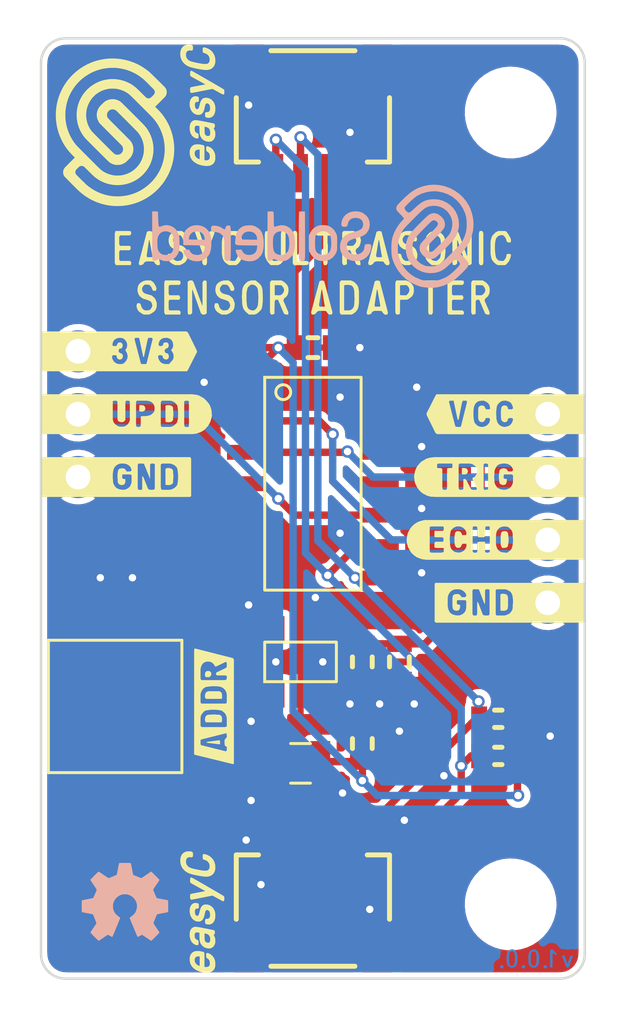
<source format=kicad_pcb>
(kicad_pcb (version 20210126) (generator pcbnew)
  (layers (0 "F.Cu" signal) (31 "B.Cu" signal) (34 "B.Paste" user) (35 "F.Paste" user) (36 "B.SilkS" user "B.Silkscreen") (37 "F.SilkS" user "F.Silkscreen") (38 "B.Mask" user) (39 "F.Mask" user) (44 "Edge.Cuts" user))
  (net 0 "")
  (net 1 "GND")
  (net 2 "3V3")
  (net 3 "5V")
  (net 4 "TRIG")
  (net 5 "ECHO")
  (net 6 "SDA")
  (net 7 "SCL")
  (net 8 "UPDI")
  (net 9 "ADD3")
  (net 10 "ADD2")
  (net 11 "ADD1")
  (net 12 "Net-(L1-Pad1)")
  (footprint "Soldered Graphics:Logo-Back-SolderedFULL-13mm" (layer "F.Cu") (at 91 100)
    (fp_text reference "REF**" hide)
    (fp_text value "Logo-Front-SolderedFULL-13mm" hide)
  )
  (footprint "buzzardLabel" (layer "F.Cu") (at 102.4 109.73)
    (fp_text reference "" (at 0 0) (layer "F.SilkS") (effects (font (size 1.27 1.27))))
    (fp_text value "" (at 0 0) (layer "F.SilkS") (effects (font (size 1.27 1.27))))
  )
  (footprint "e-radionica.com footprinti:HOLE_3.2mm" (layer "F.Cu") (at 99 127)
    (fp_text reference "H1" hide)
    (fp_text value "HOLE_3.2mm" hide)
    (pad "" np_thru_hole circle (at 0 0) (size 3.2 3.2) (drill 3.2) (layers F&B.Cu *.Mask))
  )
  (footprint "buzzardLabel" (layer "F.Cu") (at 87 119 90)
    (fp_text reference "" (at 0 0 90) (layer "F.SilkS") (effects (font (size 1.27 1.27))))
    (fp_text value "" (at 0 0 90) (layer "F.SilkS") (effects (font (size 1.27 1.27))))
  )
  (footprint "e-radionica.com footprinti:DSHP03TS-S" (layer "F.Cu") (at 83 119 90)
    (fp_text reference "K5")
    (fp_text value "DSHP03TS-S")
    (pad "1" smd rect (at -3.81 -1.27 180) (size 0.76 1.27) (layers "F.Cu" "F.Paste" "F.Mask") (net 11 "ADD1"))
    (pad "2" smd rect (at 3.81 -1.27 180) (size 0.76 1.27) (layers "F.Cu" "F.Paste" "F.Mask") (net 1 "GND"))
    (pad "3" smd rect (at -3.81 0 180) (size 0.76 1.27) (layers "F.Cu" "F.Paste" "F.Mask") (net 10 "ADD2"))
    (pad "4" smd rect (at 3.81 0 180) (size 0.76 1.27) (layers "F.Cu" "F.Paste" "F.Mask") (net 1 "GND"))
    (pad "5" smd rect (at -3.81 1.27 180) (size 0.76 1.27) (layers "F.Cu" "F.Paste" "F.Mask") (net 9 "ADD3"))
    (pad "6" smd rect (at 3.81 1.27 180) (size 0.76 1.27) (layers "F.Cu" "F.Paste" "F.Mask") (net 1 "GND"))
  )
  (footprint "buzzardLabel" (layer "F.Cu") (at 91 100.5)
    (fp_text reference "" (at 0 0) (layer "F.SilkS") (effects (font (size 1.27 1.27))))
    (fp_text value "" (at 0 0) (layer "F.SilkS") (effects (font (size 1.27 1.27))))
  )
  (footprint "e-radionica.com footprinti:0603R" (layer "F.Cu") (at 98.5 119.5)
    (fp_text reference "R1")
    (fp_text value "10k")
    (pad "1" smd rect (at -0.775 0 90) (size 1 0.64) (layers "F.Cu" "F.Paste" "F.Mask") (net 6 "SDA"))
    (pad "2" smd rect (at 0.775 0 90) (size 1 0.64) (layers "F.Cu" "F.Paste" "F.Mask") (net 2 "3V3"))
  )
  (footprint "Soldered Graphics:Logo-Front-easyC-5mm" (layer "F.Cu") (at 86.5 94.7 90)
    (fp_text reference "G***" hide)
    (fp_text value "LOGO" hide)
  )
  (footprint "e-radionica.com footprinti:easyC-connector" (layer "F.Cu") (at 91 126.7 180)
    (fp_text reference "K2")
    (fp_text value "easyC-SMD")
    (pad "1" smd rect (at -1.5 2.15 180) (size 0.6 1.55) (layers "F.Cu" "F.Paste" "F.Mask") (net 7 "SCL"))
    (pad "2" smd rect (at -0.5 2.15 180) (size 0.6 1.55) (layers "F.Cu" "F.Paste" "F.Mask") (net 6 "SDA"))
    (pad "3" smd rect (at 0.5 2.15 180) (size 0.6 1.55) (layers "F.Cu" "F.Paste" "F.Mask") (net 2 "3V3"))
    (pad "4" smd rect (at 1.5 2.15 180) (size 0.6 1.55) (layers "F.Cu" "F.Paste" "F.Mask") (net 1 "GND"))
    (pad "5" smd rect (at 2.6 -2.15 180) (size 1.2 1.8) (layers "F.Cu" "F.Paste" "F.Mask") (net 1 "GND"))
    (pad "5" smd rect (at -2.6 -2.15 180) (size 1.2 1.8) (layers "F.Cu" "F.Paste" "F.Mask") (net 1 "GND"))
  )
  (footprint "Soldered Graphics:Logo-Front-easyC-5mm" (layer "F.Cu") (at 86.5 127.3 90)
    (fp_text reference "G***" hide)
    (fp_text value "LOGO" hide)
  )
  (footprint "e-radionica.com footprinti:FIDUCIAL_1MM_PASTE" (layer "F.Cu") (at 91 128)
    (fp_text reference "FD1")
    (fp_text value "Fiducial_Stencil")
    (pad "1" smd circle (at 0 0) (size 1 1) (property pad_prop_fiducial_glob) (layers "F.Cu" "F.Paste" "F.Mask"))
  )
  (footprint "buzzardLabel" (layer "F.Cu") (at 91 102.5)
    (fp_text reference "" (at 0 0) (layer "F.SilkS") (effects (font (size 1.27 1.27))))
    (fp_text value "" (at 0 0) (layer "F.SilkS") (effects (font (size 1.27 1.27))))
  )
  (footprint "Soldered Graphics:Logo-Back-OSH-3.5mm" (layer "F.Cu") (at 83.4 126.9)
    (fp_text reference "G***" hide)
    (fp_text value "LOGO" hide)
  )
  (footprint "e-radionica.com footprinti:0603C" (layer "F.Cu") (at 94.5 117.2 90)
    (fp_text reference "C3")
    (fp_text value "CL10A226MPCNUBE")
    (pad "1" smd rect (at -0.73 0 90) (size 0.66 1) (layers "F.Cu" "F.Paste" "F.Mask") (net 1 "GND"))
    (pad "2" smd rect (at 0.73 0 90) (size 0.66 1) (layers "F.Cu" "F.Paste" "F.Mask") (net 3 "5V"))
  )
  (footprint "e-radionica.com footprinti:easyC-connector" (layer "F.Cu") (at 91 95.3)
    (fp_text reference "K4")
    (fp_text value "easyC-SMD")
    (pad "1" smd rect (at -1.5 2.15) (size 0.6 1.55) (layers "F.Cu" "F.Paste" "F.Mask") (net 7 "SCL"))
    (pad "2" smd rect (at -0.5 2.15) (size 0.6 1.55) (layers "F.Cu" "F.Paste" "F.Mask") (net 6 "SDA"))
    (pad "3" smd rect (at 0.5 2.15) (size 0.6 1.55) (layers "F.Cu" "F.Paste" "F.Mask") (net 2 "3V3"))
    (pad "4" smd rect (at 1.5 2.15) (size 0.6 1.55) (layers "F.Cu" "F.Paste" "F.Mask") (net 1 "GND"))
    (pad "5" smd rect (at 2.6 -2.15) (size 1.2 1.8) (layers "F.Cu" "F.Paste" "F.Mask") (net 1 "GND"))
    (pad "5" smd rect (at -2.6 -2.15) (size 1.2 1.8) (layers "F.Cu" "F.Paste" "F.Mask") (net 1 "GND"))
  )
  (footprint "e-radionica.com footprinti:HOLE_3.2mm" (layer "F.Cu") (at 99 95)
    (fp_text reference "H2" hide)
    (fp_text value "HOLE_3.2mm" hide)
    (pad "" np_thru_hole circle (at 0 0) (size 3.2 3.2) (drill 3.2) (layers F&B.Cu *.Mask))
  )
  (footprint "e-radionica.com footprinti:0603C" (layer "F.Cu") (at 93 117.2 90)
    (fp_text reference "C2")
    (fp_text value "CL10A226MPCNUBE")
    (pad "1" smd rect (at -0.73 0 90) (size 0.66 1) (layers "F.Cu" "F.Paste" "F.Mask") (net 1 "GND"))
    (pad "2" smd rect (at 0.73 0 90) (size 0.66 1) (layers "F.Cu" "F.Paste" "F.Mask") (net 3 "5V"))
  )
  (footprint "e-radionica.com footprinti:SOIC-14" (layer "F.Cu") (at 91 110)
    (fp_text reference "U1")
    (fp_text value "ATTINY404-SSNR")
    (pad "1" smd rect (at -2.7 -3.81) (size 1.55 0.6) (layers "F.Cu" "F.Paste" "F.Mask") (net 2 "3V3"))
    (pad "2" smd rect (at -2.7 -2.54) (size 1.55 0.6) (layers "F.Cu" "F.Paste" "F.Mask") (net 5 "ECHO"))
    (pad "3" smd rect (at -2.7 -1.27) (size 1.55 0.6) (layers "F.Cu" "F.Paste" "F.Mask") (net 4 "TRIG"))
    (pad "4" smd rect (at -2.7 0) (size 1.55 0.6) (layers "F.Cu" "F.Paste" "F.Mask"))
    (pad "5" smd rect (at -2.7 1.27) (size 1.55 0.6) (layers "F.Cu" "F.Paste" "F.Mask") (net 9 "ADD3"))
    (pad "6" smd rect (at -2.7 2.54) (size 1.55 0.6) (layers "F.Cu" "F.Paste" "F.Mask") (net 10 "ADD2"))
    (pad "7" smd rect (at -2.7 3.81) (size 1.55 0.6) (layers "F.Cu" "F.Paste" "F.Mask") (net 11 "ADD1"))
    (pad "8" smd rect (at 2.7 3.81) (size 1.55 0.6) (layers "F.Cu" "F.Paste" "F.Mask") (net 6 "SDA"))
    (pad "9" smd rect (at 2.7 2.54) (size 1.55 0.6) (layers "F.Cu" "F.Paste" "F.Mask") (net 7 "SCL"))
    (pad "10" smd rect (at 2.7 1.27) (size 1.55 0.6) (layers "F.Cu" "F.Paste" "F.Mask") (net 8 "UPDI"))
    (pad "11" smd rect (at 2.7 0) (size 1.55 0.6) (layers "F.Cu" "F.Paste" "F.Mask"))
    (pad "12" smd rect (at 2.7 -1.27) (size 1.55 0.6) (layers "F.Cu" "F.Paste" "F.Mask"))
    (pad "13" smd rect (at 2.7 -2.54) (size 1.55 0.6) (layers "F.Cu" "F.Paste" "F.Mask"))
    (pad "14" smd rect (at 2.7 -3.81) (size 1.55 0.6) (layers "F.Cu" "F.Paste" "F.Mask") (net 1 "GND"))
  )
  (footprint "Soldered Graphics:Logo-Front-Soldered-6mm" (layer "F.Cu") (at 83 95.8)
    (fp_text reference "G***" hide)
    (fp_text value "LOGO" hide)
  )
  (footprint "buzzardLabel" (layer "F.Cu") (at 79.6 104.65)
    (fp_text reference "" (at 0 0) (layer "F.SilkS") (effects (font (size 1.27 1.27))))
    (fp_text value "" (at 0 0) (layer "F.SilkS") (effects (font (size 1.27 1.27))))
  )
  (footprint "e-radionica.com footprinti:tps613222a" (layer "F.Cu") (at 90.5 117.2 90)
    (fp_text reference "U2")
    (fp_text value "TPS613222A")
    (pad "1" smd rect (at -1.3 -0.95 90) (size 1.1 0.6) (layers "F.Cu" "F.Paste" "F.Mask") (net 12 "Net-(L1-Pad1)"))
    (pad "2" smd rect (at -1.3 0 90) (size 1.1 0.6) (layers "F.Cu" "F.Paste" "F.Mask") (net 1 "GND"))
    (pad "3" smd rect (at -1.3 0.95 90) (size 1.1 0.6) (layers "F.Cu" "F.Paste" "F.Mask"))
    (pad "4" smd rect (at 1.3 0.95 90) (size 1.1 0.6) (layers "F.Cu" "F.Paste" "F.Mask") (net 3 "5V"))
    (pad "5" smd rect (at 1.3 -0.95 90) (size 1.1 0.6) (layers "F.Cu" "F.Paste" "F.Mask"))
  )
  (footprint "e-radionica.com footprinti:0603C" (layer "F.Cu") (at 91 104.5)
    (fp_text reference "C1")
    (fp_text value "0.1uF")
    (pad "1" smd rect (at -0.73 0) (size 0.66 1) (layers "F.Cu" "F.Paste" "F.Mask") (net 2 "3V3"))
    (pad "2" smd rect (at 0.73 0) (size 0.66 1) (layers "F.Cu" "F.Paste" "F.Mask") (net 1 "GND"))
  )
  (footprint "buzzardLabel" (layer "F.Cu") (at 79.6 107.19)
    (fp_text reference "" (at 0 0) (layer "F.SilkS") (effects (font (size 1.27 1.27))))
    (fp_text value "" (at 0 0) (layer "F.SilkS") (effects (font (size 1.27 1.27))))
  )
  (footprint "e-radionica.com footprinti:0603R" (layer "F.Cu") (at 98.5 121)
    (fp_text reference "R2")
    (fp_text value "10k")
    (pad "1" smd rect (at -0.775 0 90) (size 1 0.64) (layers "F.Cu" "F.Paste" "F.Mask") (net 7 "SCL"))
    (pad "2" smd rect (at 0.775 0 90) (size 1 0.64) (layers "F.Cu" "F.Paste" "F.Mask") (net 2 "3V3"))
  )
  (footprint "buzzardLabel" (layer "F.Cu") (at 102.4 107.19)
    (fp_text reference "" (at 0 0) (layer "F.SilkS") (effects (font (size 1.27 1.27))))
    (fp_text value "" (at 0 0) (layer "F.SilkS") (effects (font (size 1.27 1.27))))
  )
  (footprint "buzzardLabel" (layer "F.Cu") (at 79.6 109.73)
    (fp_text reference "" (at 0 0) (layer "F.SilkS") (effects (font (size 1.27 1.27))))
    (fp_text value "" (at 0 0) (layer "F.SilkS") (effects (font (size 1.27 1.27))))
  )
  (footprint "e-radionica.com footprinti:0603C" (layer "F.Cu") (at 93 120.5 -90)
    (fp_text reference "C4")
    (fp_text value "C1608X7S1A475K080AC")
    (pad "1" smd rect (at -0.73 0 270) (size 0.66 1) (layers "F.Cu" "F.Paste" "F.Mask") (net 1 "GND"))
    (pad "2" smd rect (at 0.73 0 270) (size 0.66 1) (layers "F.Cu" "F.Paste" "F.Mask") (net 2 "3V3"))
  )
  (footprint "buzzardLabel" (layer "F.Cu") (at 102.4 112.27)
    (fp_text reference "" (at 0 0) (layer "F.SilkS") (effects (font (size 1.27 1.27))))
    (fp_text value "" (at 0 0) (layer "F.SilkS") (effects (font (size 1.27 1.27))))
  )
  (footprint "e-radionica.com footprinti:0806L" (layer "F.Cu") (at 90.5 121.3)
    (fp_text reference "L1")
    (fp_text value "DFE201612E-2R2M=P2")
    (pad "1" smd rect (at -0.8 0) (size 0.8 1.8) (layers "F.Cu" "F.Paste" "F.Mask") (net 12 "Net-(L1-Pad1)"))
    (pad "2" smd rect (at 0.8 0) (size 0.8 1.8) (layers "F.Cu" "F.Paste" "F.Mask") (net 2 "3V3"))
  )
  (footprint "buzzardLabel" (layer "F.Cu") (at 102.4 114.81)
    (fp_text reference "" (at 0 0) (layer "F.SilkS") (effects (font (size 1.27 1.27))))
    (fp_text value "" (at 0 0) (layer "F.SilkS") (effects (font (size 1.27 1.27))))
  )
  (footprint "e-radionica.com footprinti:HEADER-UPDI" (layer "B.Cu") (at 81.5 107.19 -90)
    (fp_text reference "K3")
    (fp_text value "HEADER-UPDI")
    (pad "1" thru_hole circle (at -2.54 0 270) (size 1.7 1.7) (drill 1) (layers *.Cu "F.Mask") (net 2 "3V3"))
    (pad "2" thru_hole circle (at 0 0 270) (size 1.7 1.7) (drill 1) (layers *.Cu "F.Mask") (net 8 "UPDI"))
    (pad "3" thru_hole circle (at 2.54 0 270) (size 1.7 1.7) (drill 1) (layers *.Cu "F.Mask") (net 1 "GND"))
  )
  (footprint "e-radionica.com footprinti:HEADER_MALE_4X1" (layer "B.Cu") (at 100.5 111 90)
    (fp_text reference "K1")
    (fp_text value "HEADER_MALE_4X1")
    (pad "1" thru_hole circle (at -3.81 0 90) (size 1.7 1.7) (drill 1) (layers *.Cu *.Mask) (net 1 "GND"))
    (pad "2" thru_hole circle (at -1.27 0 90) (size 1.7 1.7) (drill 1) (layers *.Cu *.Mask) (net 5 "ECHO"))
    (pad "3" thru_hole circle (at 1.27 0 90) (size 1.7 1.7) (drill 1) (layers *.Cu *.Mask) (net 4 "TRIG"))
    (pad "4" thru_hole circle (at 3.81 0 90) (size 1.7 1.7) (drill 1) (layers *.Cu *.Mask) (net 3 "5V"))
  )
  (footprint "Soldered Graphics:Version1.0.0." (layer "B.Cu") (at 100 129.2 180)
    (fp_text reference "" (at 0 0) (layer "B.SilkS") (effects (font (size 1.27 1.27)) (justify mirror)))
    (fp_text value "" (at 0 0) (layer "B.SilkS") (effects (font (size 1.27 1.27)) (justify mirror)))
    (fp_poly (pts (xy -1.33 -0.35) (xy -1.27 -0.35) (xy -1.25 -0.31) (xy -1.09 0.1) (xy -1.11 0.13) (xy -1.16 0.13) (xy -1.19 0.1) (xy -1.28 -0.16) (xy -1.3 -0.21) (xy -1.32 -0.17) (xy -1.41 0.09) (xy -1.44 0.13) (xy -1.49 0.13) (xy -1.51 0.1) (xy -1.36 -0.31) (xy -1.33 -0.35)) (layer "B.Cu") (width 0.01) (fill solid))
    (fp_poly (pts (xy 0.43 -0.38) (xy 0.48 -0.38) (xy 0.54 -0.37) (xy 0.54 -0.33) (xy 0.54 -0.27) (xy 0.5 -0.26) (xy 0.45 -0.26) (xy 0.42 -0.29) (xy 0.42 -0.34) (xy 0.43 -0.38)) (layer "B.Cu") (width 0.01) (fill solid))
    (fp_poly (pts (xy -0.44 -0.38) (xy -0.39 -0.38) (xy -0.34 -0.37) (xy -0.34 -0.33) (xy -0.34 -0.27) (xy -0.38 -0.26) (xy -0.43 -0.26) (xy -0.46 -0.29) (xy -0.46 -0.34) (xy -0.44 -0.38)) (layer "B.Cu") (width 0.01) (fill solid))
    (fp_poly (pts (xy 0.93 -0.35) (xy 0.99 -0.35) (xy 1.04 -0.33) (xy 1.01 -0.28) (xy 0.91 -0.28) (xy 0.87 -0.25) (xy 0.85 -0.2) (xy 0.83 -0.15) (xy 0.83 -0.11) (xy 0.82 0.01) (xy 0.83 0.13) (xy 0.83 0.17) (xy 0.84 0.22) (xy 0.87 0.27) (xy 0.9 0.3) (xy 1.01 0.3) (xy 1.04 0.26) (xy 1.05 0.21) (xy 1.06 0.15) (xy 1.07 0.05) (xy 1.07 -0.08) (xy 1.06 -0.12) (xy 1.06 -0.17) (xy 1.04 -0.22) (xy 1.02 -0.27) (xy 1.01 -0.28) (xy 1.05 -0.32) (xy 1.09 -0.29) (xy 1.12 -0.26) (xy 1.14 -0.22) (xy 1.15 -0.16) (xy 1.16 -0.11) (xy 1.16 -0.06) (xy 1.16 0.06) (xy 1.16 0.12) (xy 1.15 0.17) (xy 1.14 0.22) (xy 1.13 0.27) (xy 1.1 0.3) (xy 1.06 0.34) (xy 1.01 0.37) (xy 0.95 0.38) (xy 0.9 0.38) (xy 0.84 0.35) (xy 0.8 0.31) (xy 0.78 0.28) (xy 0.75 0.23) (xy 0.74 0.18) (xy 0.74 0.13) (xy 0.73 0.08) (xy 0.73 -0.04) (xy 0.73 -0.1) (xy 0.74 -0.14) (xy 0.75 -0.2) (xy 0.77 -0.25) (xy 0.79 -0.28) (xy 0.83 -0.32) (xy 0.89 -0.35) (xy 0.93 -0.35)) (layer "B.Cu") (width 0.01) (fill solid))
    (fp_poly (pts (xy 0.06 -0.35) (xy 0.11 -0.35) (xy 0.17 -0.33) (xy 0.13 -0.28) (xy 0.03 -0.28) (xy -0.01 -0.25) (xy -0.03 -0.2) (xy -0.05 -0.15) (xy -0.05 -0.11) (xy -0.05 0.01) (xy -0.05 0.13) (xy -0.05 0.17) (xy -0.03 0.22) (xy -0.01 0.27) (xy 0.02 0.3) (xy 0.13 0.3) (xy 0.16 0.26) (xy 0.18 0.21) (xy 0.18 0.15) (xy 0.19 0.05) (xy 0.19 -0.08) (xy 0.19 -0.12) (xy 0.18 -0.17) (xy 0.16 -0.22) (xy 0.14 -0.27) (xy 0.14 -0.28) (xy 0.17 -0.32) (xy 0.21 -0.29) (xy 0.24 -0.26) (xy 0.26 -0.22) (xy 0.27 -0.16) (xy 0.28 -0.11) (xy 0.28 -0.06) (xy 0.28 0.06) (xy 0.28 0.12) (xy 0.27 0.17) (xy 0.26 0.22) (xy 0.25 0.27) (xy 0.22 0.3) (xy 0.19 0.34) (xy 0.13 0.37) (xy 0.08 0.38) (xy 0.02 0.38) (xy -0.03 0.35) (xy -0.08 0.31) (xy -0.1 0.28) (xy -0.12 0.23) (xy -0.14 0.18) (xy -0.14 0.13) (xy -0.15 0.08) (xy -0.15 -0.04) (xy -0.14 -0.1) (xy -0.14 -0.14) (xy -0.13 -0.2) (xy -0.11 -0.25) (xy -0.08 -0.28) (xy -0.05 -0.32) (xy 0.01 -0.35) (xy 0.06 -0.35)) (layer "B.Cu") (width 0.01) (fill solid))
    (fp_poly (pts (xy -0.67 -0.35) (xy -0.62 -0.35) (xy -0.6 -0.31) (xy -0.6 0.35) (xy -0.64 0.38) (xy -0.69 0.38) (xy -0.73 0.34) (xy -0.84 0.22) (xy -0.86 0.17) (xy -0.83 0.16) (xy -0.73 0.22) (xy -0.69 0.23) (xy -0.69 -0.31) (xy -0.67 -0.35)) (layer "B.Cu") (width 0.01) (fill solid))
    (fp_poly (pts (xy 1.31 -0.38) (xy 1.36 -0.38) (xy 1.41 -0.37) (xy 1.42 -0.33) (xy 1.42 -0.27) (xy 1.38 -0.26) (xy 1.33 -0.26) (xy 1.3 -0.29) (xy 1.3 -0.34) (xy 1.31 -0.38)) (layer "B.Cu") (width 0.01) (fill solid))
  )
  (gr_arc (start 101 93) (end 102 93) (angle -90) (layer "Edge.Cuts") (width 0.1))
  (gr_line (start 101 130) (end 81 130) (layer "Edge.Cuts") (width 0.1))
  (gr_line (start 102 93) (end 102 129) (layer "Edge.Cuts") (width 0.1))
  (gr_arc (start 81 129) (end 81 130) (angle 90) (layer "Edge.Cuts") (width 0.1))
  (gr_line (start 80 129) (end 80 93) (layer "Edge.Cuts") (width 0.1))
  (gr_line (start 81 92) (end 101 92) (layer "Edge.Cuts") (width 0.1))
  (gr_arc (start 101 129) (end 102 129) (angle 90) (layer "Edge.Cuts") (width 0.1))
  (gr_arc (start 81 93) (end 81 92) (angle -90) (layer "Edge.Cuts") (width 0.1))
  (via (at 92.1 106.5) (size 0.5) (drill 0.3) (layers "F.Cu" "B.Cu") (net 1))
  (via (at 92.5 95.8) (size 0.5) (drill 0.3) (layers "F.Cu" "B.Cu") (net 1))
  (via (at 92.2 122.5) (size 0.5) (drill 0.3) (layers "F.Cu" "B.Cu") (net 1))
  (via (at 91.1 114.6) (size 0.5) (drill 0.3) (layers "F.Cu" "B.Cu") (net 1))
  (via (at 88.9 126.2) (size 0.5) (drill 0.3) (layers "F.Cu" "B.Cu") (net 1))
  (via (at 92.5 118.9) (size 0.5) (drill 0.3) (layers "F.Cu" "B.Cu") (net 1))
  (via (at 95.4 113.6) (size 0.5) (drill 0.3) (layers "F.Cu" "B.Cu") (net 1))
  (via (at 83.7 113.8) (size 0.5) (drill 0.3) (layers "F.Cu" "B.Cu") (net 1))
  (via (at 88.4 94.7) (size 0.5) (drill 0.3) (layers "F.Cu" "B.Cu") (net 1))
  (via (at 94.7 123.6) (size 0.5) (drill 0.3) (layers "F.Cu" "B.Cu") (net 1))
  (via (at 95.4 108.5) (size 0.5) (drill 0.3) (layers "F.Cu" "B.Cu") (net 1))
  (via (at 88.4 114.9) (size 0.5) (drill 0.3) (layers "F.Cu" "B.Cu") (net 1))
  (via (at 93.3 127.2) (size 0.5) (drill 0.3) (layers "F.Cu" "B.Cu") (net 1))
  (via (at 93.7 118.9) (size 0.5) (drill 0.3) (layers "F.Cu" "B.Cu") (net 1))
  (via (at 96.3 121.8) (size 0.5) (drill 0.3) (layers "F.Cu" "B.Cu") (net 1))
  (via (at 88.3 124.4) (size 0.5) (drill 0.3) (layers "F.Cu" "B.Cu") (net 1))
  (via (at 92.1 112) (size 0.5) (drill 0.3) (layers "F.Cu" "B.Cu") (net 1))
  (via (at 95.1 118.9) (size 0.5) (drill 0.3) (layers "F.Cu" "B.Cu") (net 1))
  (via (at 82.4 113.8) (size 0.5) (drill 0.3) (layers "F.Cu" "B.Cu") (net 1))
  (via (at 91.4 117.2) (size 0.5) (drill 0.3) (layers "F.Cu" "B.Cu") (net 1))
  (via (at 92.9 104.5) (size 0.5) (drill 0.3) (layers "F.Cu" "B.Cu") (net 1))
  (via (at 95.2 106.1) (size 0.5) (drill 0.3) (layers "F.Cu" "B.Cu") (net 1))
  (via (at 86.6 105.9) (size 0.5) (drill 0.3) (layers "F.Cu" "B.Cu") (net 1))
  (via (at 100.6 120.2) (size 0.5) (drill 0.3) (layers "F.Cu" "B.Cu") (net 1))
  (via (at 94.5 120) (size 0.5) (drill 0.3) (layers "F.Cu" "B.Cu") (net 1))
  (via (at 95.4 111) (size 0.5) (drill 0.3) (layers "F.Cu" "B.Cu") (net 1))
  (via (at 88.5 119.6) (size 0.5) (drill 0.3) (layers "F.Cu" "B.Cu") (net 1))
  (via (at 89.5 117.2) (size 0.5) (drill 0.3) (layers "F.Cu" "B.Cu") (net 1))
  (via (at 88.5 122.8) (size 0.5) (drill 0.3) (layers "F.Cu" "B.Cu") (net 1))
  (segment (start 90.27 104.5) (end 89.6 104.5) (width 0.3) (layer "F.Cu") (net 2))
  (segment (start 91.5 97.45) (end 91.5 100.2) (width 0.3) (layer "F.Cu") (net 2))
  (segment (start 81.65 104.5) (end 81.5 104.65) (width 0.3) (layer "F.Cu") (net 2))
  (segment (start 90.5 124.55) (end 90.5 123.3) (width 0.3) (layer "F.Cu") (net 2))
  (segment (start 89.6 104.6) (end 89.6 104.5) (width 0.3) (layer "F.Cu") (net 2))
  (segment (start 91.37 121.23) (end 91.3 121.3) (width 0.3) (layer "F.Cu") (net 2))
  (segment (start 90.27 101.43) (end 90.27 104.5) (width 0.3) (layer "F.Cu") (net 2))
  (segment (start 88.3 106.19) (end 88.3 105.8) (width 0.3) (layer "F.Cu") (net 2))
  (segment (start 99.3 122.6) (end 99.275 122.575) (width 0.3) (layer "F.Cu") (net 2))
  (segment (start 93 121.23) (end 91.37 121.23) (width 0.3) (layer "F.Cu") (net 2))
  (segment (start 93 121.23) (end 93 122) (width 0.3) (layer "F.Cu") (net 2))
  (segment (start 99.275 119.5) (end 99.275 121) (width 0.3) (layer "F.Cu") (net 2))
  (segment (start 89.6 104.5) (end 81.65 104.5) (width 0.3) (layer "F.Cu") (net 2))
  (segment (start 90.5 123.3) (end 91.3 122.5) (width 0.3) (layer "F.Cu") (net 2))
  (segment (start 99.275 122.575) (end 99.275 121) (width 0.3) (layer "F.Cu") (net 2))
  (segment (start 88.3 105.8) (end 89.6 104.5) (width 0.3) (layer "F.Cu") (net 2))
  (segment (start 91.5 100.2) (end 90.27 101.43) (width 0.3) (layer "F.Cu") (net 2))
  (segment (start 91.3 122.5) (end 91.3 121.3) (width 0.3) (layer "F.Cu") (net 2))
  (via (at 89.6 104.5) (size 0.5) (drill 0.3) (layers "F.Cu" "B.Cu") (net 2))
  (via (at 99.3 122.6) (size 0.5) (drill 0.3) (layers "F.Cu" "B.Cu") (net 2))
  (via (at 93 122) (size 0.5) (drill 0.3) (layers "F.Cu" "B.Cu") (net 2))
  (segment (start 90.2 111) (end 90.19998 111.00002) (width 0.3) (layer "B.Cu") (net 2))
  (segment (start 90.19998 119.19998) (end 93 122) (width 0.3) (layer "B.Cu") (net 2))
  (segment (start 99.3 122.6) (end 93.6 122.6) (width 0.3) (layer "B.Cu") (net 2))
  (segment (start 93.6 122.6) (end 93 122) (width 0.3) (layer "B.Cu") (net 2))
  (segment (start 90.2 105.1) (end 90.2 111) (width 0.3) (layer "B.Cu") (net 2))
  (segment (start 89.6 104.5) (end 90.2 105.1) (width 0.3) (layer "B.Cu") (net 2))
  (segment (start 90.19998 111.00002) (end 90.19998 119.19998) (width 0.3) (layer "B.Cu") (net 2))
  (segment (start 93 116.47) (end 94.5 116.47) (width 0.3) (layer "F.Cu") (net 3))
  (segment (start 98.71 107.19) (end 100.5 107.19) (width 0.3) (layer "F.Cu") (net 3))
  (segment (start 94.5 116.47) (end 95.53 116.47) (width 0.3) (layer "F.Cu") (net 3))
  (segment (start 97.8 108.1) (end 98.71 107.19) (width 0.3) (layer "F.Cu") (net 3))
  (segment (start 95.53 116.47) (end 97.8 114.2) (width 0.3) (layer "F.Cu") (net 3))
  (segment (start 91.45 115.9) (end 92.43 115.9) (width 0.3) (layer "F.Cu") (net 3))
  (segment (start 97.8 114.2) (end 97.8 108.1) (width 0.3) (layer "F.Cu") (net 3))
  (segment (start 92.43 115.9) (end 93 116.47) (width 0.3) (layer "F.Cu") (net 3))
  (segment (start 92.37 108.73) (end 88.3 108.73) (width 0.3) (layer "F.Cu") (net 4))
  (segment (start 92.4 108.7) (end 92.37 108.73) (width 0.3) (layer "F.Cu") (net 4))
  (via (at 92.4 108.7) (size 0.5) (drill 0.3) (layers "F.Cu" "B.Cu") (net 4))
  (segment (start 93.43 109.73) (end 100.5 109.73) (width 0.3) (layer "B.Cu") (net 4))
  (segment (start 92.4 108.7) (end 93.43 109.73) (width 0.3) (layer "B.Cu") (net 4))
  (segment (start 91.26 107.46) (end 88.3 107.46) (width 0.3) (layer "F.Cu") (net 5))
  (segment (start 91.8 108) (end 91.26 107.46) (width 0.3) (layer "F.Cu") (net 5))
  (via (at 91.8 108) (size 0.5) (drill 0.3) (layers "F.Cu" "B.Cu") (net 5))
  (segment (start 91.8 108) (end 91.8 109.9) (width 0.3) (layer "B.Cu") (net 5))
  (segment (start 94.17 112.27) (end 100.5 112.27) (width 0.3) (layer "B.Cu") (net 5))
  (segment (start 91.8 109.9) (end 94.17 112.27) (width 0.3) (layer "B.Cu") (net 5))
  (segment (start 97.6 119.5) (end 93.8 123.3) (width 0.3) (layer "F.Cu") (net 6))
  (segment (start 92 123.3) (end 91.5 123.8) (width 0.3) (layer "F.Cu") (net 6))
  (segment (start 92.71 113.81) (end 93.7 113.81) (width 0.3) (layer "F.Cu") (net 6))
  (segment (start 97.725 119.5) (end 97.6 119.5) (width 0.3) (layer "F.Cu") (net 6))
  (segment (start 92.7 113.8) (end 92.71 113.81) (width 0.3) (layer "F.Cu") (net 6))
  (segment (start 97.7 119.475) (end 97.725 119.5) (width 0.3) (layer "F.Cu") (net 6))
  (segment (start 90.5 96) (end 90.5 97.45) (width 0.3) (layer "F.Cu") (net 6))
  (segment (start 91.5 123.8) (end 91.5 124.55) (width 0.3) (layer "F.Cu") (net 6))
  (segment (start 93.8 123.3) (end 92 123.3) (width 0.3) (layer "F.Cu") (net 6))
  (segment (start 97.7 118.8) (end 97.7 119.475) (width 0.3) (layer "F.Cu") (net 6))
  (via (at 97.7 118.8) (size 0.5) (drill 0.3) (layers "F.Cu" "B.Cu") (net 6))
  (via (at 92.7 113.8) (size 0.5) (drill 0.3) (layers "F.Cu" "B.Cu") (net 6))
  (via (at 90.5 96) (size 0.5) (drill 0.3) (layers "F.Cu" "B.Cu") (net 6))
  (segment (start 91.2 112.3) (end 91.2 96.7) (width 0.3) (layer "B.Cu") (net 6))
  (segment (start 92.7 113.8) (end 91.2 112.3) (width 0.3) (layer "B.Cu") (net 6))
  (segment (start 91.2 96.7) (end 90.5 96) (width 0.3) (layer "B.Cu") (net 6))
  (segment (start 97.7 118.8) (end 92.7 113.8) (width 0.3) (layer "B.Cu") (net 6))
  (segment (start 89.5 96.1) (end 89.5 97.45) (width 0.3) (layer "F.Cu") (net 7))
  (segment (start 91.6 113.7) (end 92.76 112.54) (width 0.3) (layer "F.Cu") (net 7))
  (segment (start 97.4 121) (end 97.725 121) (width 0.3) (layer "F.Cu") (net 7))
  (segment (start 97 121.4) (end 97.4 121) (width 0.3) (layer "F.Cu") (net 7))
  (segment (start 94.95 124.55) (end 92.5 124.55) (width 0.3) (layer "F.Cu") (net 7))
  (segment (start 92.76 112.54) (end 93.7 112.54) (width 0.3) (layer "F.Cu") (net 7))
  (segment (start 97 121.4) (end 97 122.5) (width 0.3) (layer "F.Cu") (net 7))
  (segment (start 97 122.5) (end 94.95 124.55) (width 0.3) (layer "F.Cu") (net 7))
  (via (at 97 121.4) (size 0.5) (drill 0.3) (layers "F.Cu" "B.Cu") (net 7))
  (via (at 89.5 96.1) (size 0.5) (drill 0.3) (layers "F.Cu" "B.Cu") (net 7))
  (via (at 91.6 113.7) (size 0.5) (drill 0.3) (layers "F.Cu" "B.Cu") (net 7))
  (segment (start 91.6 113.7) (end 90.7 112.8) (width 0.3) (layer "B.Cu") (net 7))
  (segment (start 90.7 97.3) (end 89.5 96.1) (width 0.3) (layer "B.Cu") (net 7))
  (segment (start 97 119.1) (end 91.6 113.7) (width 0.3) (layer "B.Cu") (net 7))
  (segment (start 90.7 112.8) (end 90.7 97.3) (width 0.3) (layer "B.Cu") (net 7))
  (segment (start 97 121.4) (end 97 119.1) (width 0.3) (layer "B.Cu") (net 7))
  (segment (start 90.27 111.27) (end 93.7 111.27) (width 0.3) (layer "F.Cu") (net 8))
  (segment (start 89.6 110.6) (end 90.27 111.27) (width 0.3) (layer "F.Cu") (net 8))
  (via (at 89.6 110.6) (size 0.5) (drill 0.3) (layers "F.Cu" "B.Cu") (net 8))
  (segment (start 86.19 107.19) (end 81.5 107.19) (width 0.3) (layer "B.Cu") (net 8))
  (segment (start 89.6 110.6) (end 86.19 107.19) (width 0.3) (layer "B.Cu") (net 8))
  (segment (start 85.8 121) (end 84.27 122.53) (width 0.3) (layer "F.Cu") (net 9))
  (segment (start 87.23 111.27) (end 85.8 112.7) (width 0.3) (layer "F.Cu") (net 9))
  (segment (start 88.3 111.27) (end 87.23 111.27) (width 0.3) (layer "F.Cu") (net 9))
  (segment (start 85.8 112.7) (end 85.8 121) (width 0.3) (layer "F.Cu") (net 9))
  (segment (start 84.27 122.53) (end 84.27 122.81) (width 0.3) (layer "F.Cu") (net 9))
  (segment (start 83.4 124) (end 83 123.6) (width 0.3) (layer "F.Cu") (net 10))
  (segment (start 87.26 112.54) (end 86.3 113.5) (width 0.3) (layer "F.Cu") (net 10))
  (segment (start 86.3 113.5) (end 86.3 122.7) (width 0.3) (layer "F.Cu") (net 10))
  (segment (start 86.3 122.7) (end 85 124) (width 0.3) (layer "F.Cu") (net 10))
  (segment (start 88.3 112.54) (end 87.26 112.54) (width 0.3) (layer "F.Cu") (net 10))
  (segment (start 83 123.6) (end 83 122.81) (width 0.3) (layer "F.Cu") (net 10))
  (segment (start 85 124) (end 83.4 124) (width 0.3) (layer "F.Cu") (net 10))
  (segment (start 87.19 113.81) (end 86.8 114.2) (width 0.3) (layer "F.Cu") (net 11))
  (segment (start 84.792884 124.50002) (end 84.792864 124.5) (width 0.3) (layer "F.Cu") (net 11))
  (segment (start 88.3 113.81) (end 87.19 113.81) (width 0.3) (layer "F.Cu") (net 11))
  (segment (start 86.8 114.2) (end 86.8 122.907136) (width 0.3) (layer "F.Cu") (net 11))
  (segment (start 85.207116 124.50002) (end 84.792884 124.50002) (width 0.3) (layer "F.Cu") (net 11))
  (segment (start 81.73 123.63) (end 81.73 122.81) (width 0.3) (layer "F.Cu") (net 11))
  (segment (start 86.8 122.907136) (end 85.207116 124.50002) (width 0.3) (layer "F.Cu") (net 11))
  (segment (start 82.6 124.5) (end 81.73 123.63) (width 0.3) (layer "F.Cu") (net 11))
  (segment (start 84.792864 124.5) (end 82.6 124.5) (width 0.3) (layer "F.Cu") (net 11))
  (segment (start 89.55 118.5) (end 89.55 121.15) (width 0.3) (layer "F.Cu") (net 12))
  (segment (start 89.55 121.15) (end 89.7 121.3) (width 0.3) (layer "F.Cu") (net 12))
  (zone (net 1) (net_name "GND") (layers F&B.Cu) (connect_pads (clearance 0.254)) (min_thickness 0.254) (fill yes (thermal_gap 0.254) (thermal_bridge_width 0.254))
    (polygon (pts (xy 102 130) (xy 80 130) (xy 80 92) (xy 102 92)))
  )
)
</source>
